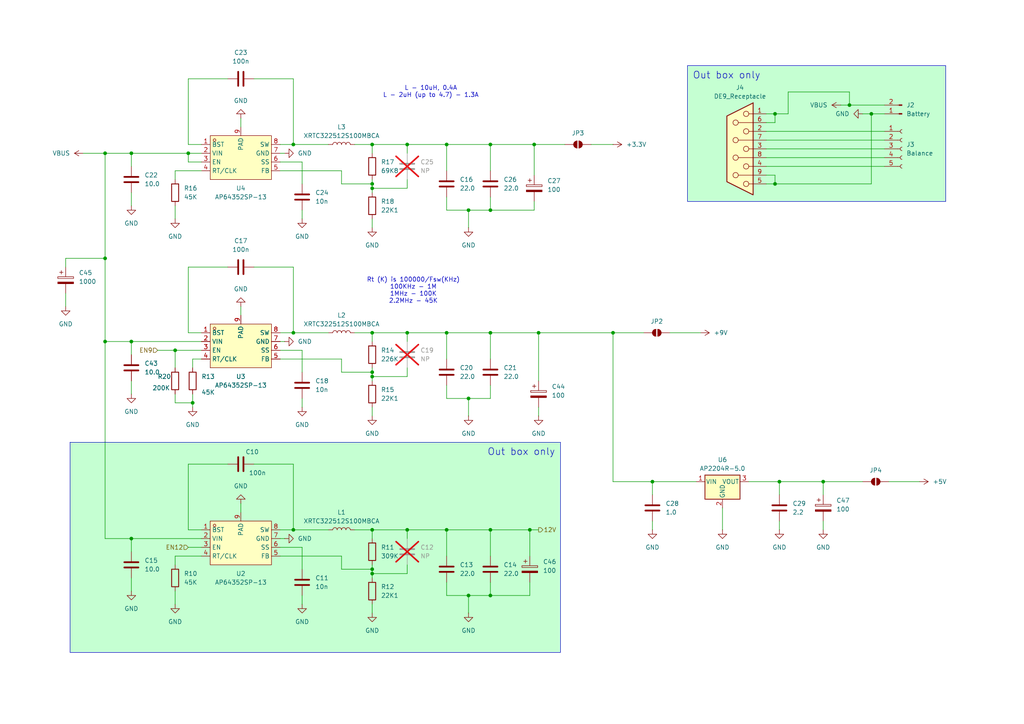
<source format=kicad_sch>
(kicad_sch (version 20231120) (generator "eeschema") (generator_version "8.0")
  (paper "A4")
  (title_block (title "Power module") (company "RoboWay"))
  (lib_symbols
    (symbol "Connector:Conn_01x02_Pin" (pin_names (offset 1.016) hide)
      (property "Reference" "J" (at 0 2.54 0))
      (property "Value" "Conn_01x02_Pin" (at 0 -5.08 0))
      (symbol "Conn_01x02_Pin_1_1"
        (polyline (pts (xy 1.27 -2.54) (xy 0.8636 -2.54)) (stroke (width 0.1524)))
        (polyline (pts (xy 1.27 0) (xy 0.8636 0)) (stroke (width 0.1524)))
        (rectangle (start 0.8636 -2.413) (end 0 -2.667) (stroke (width 0.1524)) (fill (type outline)))
        (rectangle (start 0.8636 0.127) (end 0 -0.127) (stroke (width 0.1524)) (fill (type outline)))
        (pin passive line (at 5.08 0 180) (length 3.81) (name "Pin_1") (number "1"))
        (pin passive line (at 5.08 -2.54 180) (length 3.81) (name "Pin_2") (number "2"))
      )
    )
    (symbol "Connector:Conn_01x05_Socket" (pin_names (offset 1.016) hide)
      (property "Reference" "J" (at 0 7.62 0))
      (property "Value" "Conn_01x05_Socket" (at 0 -7.62 0))
      (symbol "Conn_01x05_Socket_1_1"
        (arc (start 0 -4.572) (mid -0.5058 -5.08) (end 0 -5.588) (stroke (width 0.1524)))
        (arc (start 0 -2.032) (mid -0.5058 -2.54) (end 0 -3.048) (stroke (width 0.1524)))
        (polyline (pts (xy -1.27 -5.08) (xy -0.508 -5.08)) (stroke (width 0.1524)))
        (polyline (pts (xy -1.27 -2.54) (xy -0.508 -2.54)) (stroke (width 0.1524)))
        (polyline (pts (xy -1.27 0) (xy -0.508 0)) (stroke (width 0.1524)))
        (polyline (pts (xy -1.27 2.54) (xy -0.508 2.54)) (stroke (width 0.1524)))
        (polyline (pts (xy -1.27 5.08) (xy -0.508 5.08)) (stroke (width 0.1524)))
        (arc (start 0 0.508) (mid -0.5058 0) (end 0 -0.508) (stroke (width 0.1524)))
        (arc (start 0 3.048) (mid -0.5058 2.54) (end 0 2.032) (stroke (width 0.1524)))
        (arc (start 0 5.588) (mid -0.5058 5.08) (end 0 4.572) (stroke (width 0.1524)))
        (pin passive line (at -5.08 5.08 0) (length 3.81) (name "Pin_1") (number "1"))
        (pin passive line (at -5.08 2.54 0) (length 3.81) (name "Pin_2") (number "2"))
        (pin passive line (at -5.08 0 0) (length 3.81) (name "Pin_3") (number "3"))
        (pin passive line (at -5.08 -2.54 0) (length 3.81) (name "Pin_4") (number "4"))
        (pin passive line (at -5.08 -5.08 0) (length 3.81) (name "Pin_5") (number "5"))
      )
    )
    (symbol "Connector:DE9_Receptacle" (pin_names (offset 1.016) hide)
      (property "Reference" "J" (at 0 13.97 0))
      (property "Value" "DE9_Receptacle" (at 0 -14.605 0))
      (symbol "DE9_Receptacle_0_1"
        (circle (center -1.778 -10.16) (radius 0.762))
        (circle (center -1.778 -5.08) (radius 0.762))
        (circle (center -1.778 0) (radius 0.762))
        (circle (center -1.778 5.08) (radius 0.762))
        (circle (center -1.778 10.16) (radius 0.762))
        (polyline (pts (xy -3.81 -10.16) (xy -2.54 -10.16)))
        (polyline (pts (xy -3.81 -7.62) (xy 0.508 -7.62)))
        (polyline (pts (xy -3.81 -5.08) (xy -2.54 -5.08)))
        (polyline (pts (xy -3.81 -2.54) (xy 0.508 -2.54)))
        (polyline (pts (xy -3.81 0) (xy -2.54 0)))
        (polyline (pts (xy -3.81 2.54) (xy 0.508 2.54)))
        (polyline (pts (xy -3.81 5.08) (xy -2.54 5.08)))
        (polyline (pts (xy -3.81 7.62) (xy 0.508 7.62)))
        (polyline (pts (xy -3.81 10.16) (xy -2.54 10.16)))
        (polyline (pts (xy -3.81 13.335) (xy -3.81 -13.335) (xy 3.81 -9.525) (xy 3.81 9.525) (xy -3.81 13.335)) (stroke (width 0.254)) (fill (type background)))
        (circle (center 1.27 -7.62) (radius 0.762))
        (circle (center 1.27 -2.54) (radius 0.762))
        (circle (center 1.27 2.54) (radius 0.762))
        (circle (center 1.27 7.62) (radius 0.762))
      )
      (symbol "DE9_Receptacle_1_1"
        (pin passive line (at -7.62 10.16 0) (length 3.81) (name "1") (number "1"))
        (pin passive line (at -7.62 5.08 0) (length 3.81) (name "2") (number "2"))
        (pin passive line (at -7.62 0 0) (length 3.81) (name "3") (number "3"))
        (pin passive line (at -7.62 -5.08 0) (length 3.81) (name "4") (number "4"))
        (pin passive line (at -7.62 -10.16 0) (length 3.81) (name "5") (number "5"))
        (pin passive line (at -7.62 7.62 0) (length 3.81) (name "6") (number "6"))
        (pin passive line (at -7.62 2.54 0) (length 3.81) (name "7") (number "7"))
        (pin passive line (at -7.62 -2.54 0) (length 3.81) (name "8") (number "8"))
        (pin passive line (at -7.62 -7.62 0) (length 3.81) (name "9") (number "9"))
      )
    )
    (symbol "Device:C" (pin_numbers hide) (pin_names (offset 0.254))
      (property "Reference" "C" (at 0.635 2.54 0))
      (property "Value" "C" (at 0.635 -2.54 0))
      (symbol "C_0_1"
        (polyline (pts (xy -2.032 -0.762) (xy 2.032 -0.762)) (stroke (width 0.508)))
        (polyline (pts (xy -2.032 0.762) (xy 2.032 0.762)) (stroke (width 0.508)))
      )
      (symbol "C_1_1"
        (pin passive line (at 0 3.81 270) (length 2.794) (name "~") (number "1"))
        (pin passive line (at 0 -3.81 90) (length 2.794) (name "~") (number "2"))
      )
    )
    (symbol "Device:C_Polarized" (pin_numbers hide) (pin_names (offset 0.254))
      (property "Reference" "C" (at 0.635 2.54 0))
      (property "Value" "C_Polarized" (at 0.635 -2.54 0))
      (symbol "C_Polarized_0_1"
        (rectangle (start -2.286 0.508) (end 2.286 1.016))
        (polyline (pts (xy -1.778 2.286) (xy -0.762 2.286)))
        (polyline (pts (xy -1.27 2.794) (xy -1.27 1.778)))
        (rectangle (start 2.286 -0.508) (end -2.286 -1.016) (fill (type outline)))
      )
      (symbol "C_Polarized_1_1"
        (pin passive line (at 0 3.81 270) (length 2.794) (name "~") (number "1"))
        (pin passive line (at 0 -3.81 90) (length 2.794) (name "~") (number "2"))
      )
    )
    (symbol "Device:L" (pin_numbers hide) (pin_names (offset 1.016) hide)
      (property "Reference" "L" (at -1.27 0 90))
      (property "Value" "L" (at 1.905 0 90))
      (symbol "L_0_1"
        (arc (start 0 -2.54) (mid 0.6323 -1.905) (end 0 -1.27))
        (arc (start 0 -1.27) (mid 0.6323 -0.635) (end 0 0))
        (arc (start 0 0) (mid 0.6323 0.635) (end 0 1.27))
        (arc (start 0 1.27) (mid 0.6323 1.905) (end 0 2.54))
      )
      (symbol "L_1_1"
        (pin passive line (at 0 3.81 270) (length 1.27) (name "1") (number "1"))
        (pin passive line (at 0 -3.81 90) (length 1.27) (name "2") (number "2"))
      )
    )
    (symbol "Device:R" (pin_numbers hide) (pin_names (offset 0))
      (property "Reference" "R" (at 2.032 0 90))
      (property "Value" "R" (at 0 0 90))
      (symbol "R_0_1"
        (rectangle (start -1.016 -2.54) (end 1.016 2.54) (stroke (width 0.254)))
      )
      (symbol "R_1_1"
        (pin passive line (at 0 3.81 270) (length 1.27) (name "~") (number "1"))
        (pin passive line (at 0 -3.81 90) (length 1.27) (name "~") (number "2"))
      )
    )
    (symbol "Jumper:SolderJumper_2_Open" (pin_numbers hide) (pin_names (offset 0) hide) (exclude_from_sim yes) (in_bom no)
      (property "Reference" "JP" (at 0 2.032 0))
      (property "Value" "SolderJumper_2_Open" (at 0 -2.54 0))
      (symbol "SolderJumper_2_Open_0_1"
        (arc (start -0.254 1.016) (mid -1.2656 0) (end -0.254 -1.016))
        (arc (start -0.254 1.016) (mid -1.2656 0) (end -0.254 -1.016) (fill (type outline)))
        (polyline (pts (xy -0.254 1.016) (xy -0.254 -1.016)))
        (polyline (pts (xy 0.254 1.016) (xy 0.254 -1.016)))
        (arc (start 0.254 -1.016) (mid 1.2656 0) (end 0.254 1.016))
        (arc (start 0.254 -1.016) (mid 1.2656 0) (end 0.254 1.016) (fill (type outline)))
      )
      (symbol "SolderJumper_2_Open_1_1"
        (pin passive line (at -3.81 0 0) (length 2.54) (name "A") (number "1"))
        (pin passive line (at 3.81 0 180) (length 2.54) (name "B") (number "2"))
      )
    )
    (symbol "Regulator_Linear:AP2204R-5.0" (pin_names (offset 0.254))
      (property "Reference" "U" (at -5.08 3.175 0))
      (property "Value" "AP2204R-5.0" (at 0 3.175 0))
      (symbol "AP2204R-5.0_0_1"
        (rectangle (start -5.08 1.905) (end 5.08 -5.08) (stroke (width 0.254)) (fill (type background)))
      )
      (symbol "AP2204R-5.0_1_1"
        (pin power_in line (at -7.62 0 0) (length 2.54) (name "VIN") (number "1"))
        (pin power_in line (at 0 -7.62 90) (length 2.54) (name "GND") (number "2"))
        (pin power_out line (at 7.62 0 180) (length 2.54) (name "VOUT") (number "3"))
      )
    )
    (symbol "easyeda2kicad:AP64352SP-13"
      (property "Reference" "U" (at 0 13.97 0))
      (property "Value" "AP64352SP-13" (at 0 -8.89 0))
      (symbol "AP64352SP-13_0_1"
        (rectangle (start -8.89 6.35) (end 8.89 -6.35) (fill (type background)))
        (circle (center -7.62 5.08) (radius 0.38))
        (pin unspecified line (at -11.43 3.81 0) (length 2.54) (name "BST") (number "1"))
        (pin unspecified line (at -11.43 1.27 0) (length 2.54) (name "VIN") (number "2"))
        (pin unspecified line (at -11.43 -1.27 0) (length 2.54) (name "EN") (number "3"))
        (pin unspecified line (at -11.43 -3.81 0) (length 2.54) (name "RT/CLK") (number "4"))
        (pin unspecified line (at 11.43 -3.81 180) (length 2.54) (name "FB") (number "5"))
        (pin unspecified line (at 11.43 -1.27 180) (length 2.54) (name "SS") (number "6"))
        (pin unspecified line (at 11.43 1.27 180) (length 2.54) (name "GND") (number "7"))
        (pin unspecified line (at 11.43 3.81 180) (length 2.54) (name "SW") (number "8"))
        (pin unspecified line (at 0 8.89 270) (length 2.54) (name "PAD") (number "9"))
      )
    )
    (symbol "power:+3.3V" (power) (pin_numbers hide) (pin_names (offset 0) hide)
      (property "Value" "+3.3V" (at 0 3.556 0))
      (symbol "+3.3V_0_1"
        (polyline (pts (xy -0.762 1.27) (xy 0 2.54)))
        (polyline (pts (xy 0 0) (xy 0 2.54)))
        (polyline (pts (xy 0 2.54) (xy 0.762 1.27)))
      )
      (symbol "+3.3V_1_1"
        (pin power_in line (at 0 0 90) (length 0) (name "~") (number "1"))
      )
    )
    (symbol "power:+5V" (power) (pin_numbers hide) (pin_names (offset 0) hide)
      (property "Value" "+5V" (at 0 3.556 0))
      (symbol "+5V_0_1"
        (polyline (pts (xy -0.762 1.27) (xy 0 2.54)))
        (polyline (pts (xy 0 0) (xy 0 2.54)))
        (polyline (pts (xy 0 2.54) (xy 0.762 1.27)))
      )
      (symbol "+5V_1_1"
        (pin power_in line (at 0 0 90) (length 0) (name "~") (number "1"))
      )
    )
    (symbol "power:+9V" (power) (pin_numbers hide) (pin_names (offset 0) hide)
      (property "Value" "+9V" (at 0 3.556 0))
      (symbol "+9V_0_1"
        (polyline (pts (xy -0.762 1.27) (xy 0 2.54)))
        (polyline (pts (xy 0 0) (xy 0 2.54)))
        (polyline (pts (xy 0 2.54) (xy 0.762 1.27)))
      )
      (symbol "+9V_1_1"
        (pin power_in line (at 0 0 90) (length 0) (name "~") (number "1"))
      )
    )
    (symbol "power:GND" (power) (pin_numbers hide) (pin_names (offset 0) hide)
      (property "Value" "GND" (at 0 -3.81 0))
      (symbol "GND_0_1"
        (polyline (pts (xy 0 0) (xy 0 -1.27) (xy 1.27 -1.27) (xy 0 -2.54) (xy -1.27 -1.27) (xy 0 -1.27)))
      )
      (symbol "GND_1_1"
        (pin power_in line (at 0 0 270) (length 0) (name "~") (number "1"))
      )
    )
    (symbol "power:VBUS" (power) (pin_numbers hide) (pin_names (offset 0) hide)
      (property "Value" "VBUS" (at 0 3.556 0))
      (symbol "VBUS_0_1"
        (polyline (pts (xy -0.762 1.27) (xy 0 2.54)))
        (polyline (pts (xy 0 0) (xy 0 2.54)))
        (polyline (pts (xy 0 2.54) (xy 0.762 1.27)))
      )
      (symbol "VBUS_1_1"
        (pin power_in line (at 0 0 90) (length 0) (name "~") (number "1"))
      )
    )
  )
  (junction (at 129.54 96.52))
  (junction (at 38.1 44.45))
  (junction (at 142.24 96.52))
  (junction (at 224.79 33.02))
  (junction (at 226.06 139.7))
  (junction (at 107.95 53.34))
  (junction (at 107.95 54.61))
  (junction (at 30.48 74.93))
  (junction (at 85.09 96.52))
  (junction (at 142.24 60.96))
  (junction (at 30.48 44.45))
  (junction (at 129.54 153.67))
  (junction (at 107.95 109.22))
  (junction (at 118.11 153.67))
  (junction (at 189.23 139.7))
  (junction (at 156.21 96.52))
  (junction (at 85.09 153.67))
  (junction (at 252.73 33.02))
  (junction (at 142.24 172.72))
  (junction (at 153.67 153.67))
  (junction (at 85.09 41.91))
  (junction (at 107.95 165.1))
  (junction (at 30.48 99.06))
  (junction (at 107.95 96.52))
  (junction (at 50.8 101.6))
  (junction (at 107.95 107.95))
  (junction (at 177.8 96.52))
  (junction (at 129.54 41.91))
  (junction (at 38.1 156.21))
  (junction (at 107.95 41.91))
  (junction (at 224.79 53.34))
  (junction (at 107.95 166.37))
  (junction (at 118.11 41.91))
  (junction (at 238.76 139.7))
  (junction (at 38.1 99.06))
  (junction (at 107.95 153.67))
  (junction (at 135.89 115.57))
  (junction (at 54.61 44.45))
  (junction (at 55.88 116.84))
  (junction (at 142.24 153.67))
  (junction (at 142.24 41.91))
  (junction (at 118.11 96.52))
  (junction (at 135.89 172.72))
  (junction (at 135.89 60.96))
  (junction (at 246.38 30.48))
  (junction (at 154.94 41.91))
  (wire (pts (xy 66.04 134.62) (xy 54.61 134.62)))
  (wire (pts (xy 82.55 44.45) (xy 81.28 44.45)))
  (wire (pts (xy 50.8 114.3) (xy 50.8 116.84)))
  (wire (pts (xy 222.25 48.26) (xy 256.54 48.26)))
  (wire (pts (xy 118.11 54.61) (xy 107.95 54.61)))
  (wire (pts (xy 156.21 96.52) (xy 156.21 110.49)))
  (wire (pts (xy 142.24 172.72) (xy 142.24 168.91)))
  (wire (pts (xy 54.61 158.75) (xy 58.42 158.75)))
  (wire (pts (xy 129.54 41.91) (xy 142.24 41.91)))
  (wire (pts (xy 38.1 156.21) (xy 38.1 160.02)))
  (wire (pts (xy 222.25 53.34) (xy 224.79 53.34)))
  (wire (pts (xy 99.06 49.53) (xy 99.06 53.34)))
  (wire (pts (xy 38.1 156.21) (xy 58.42 156.21)))
  (wire (pts (xy 54.61 44.45) (xy 58.42 44.45)))
  (wire (pts (xy 19.05 85.09) (xy 19.05 88.9)))
  (wire (pts (xy 85.09 41.91) (xy 81.28 41.91)))
  (wire (pts (xy 54.61 46.99) (xy 54.61 44.45)))
  (wire (pts (xy 54.61 41.91) (xy 58.42 41.91)))
  (wire (pts (xy 142.24 96.52) (xy 142.24 104.14)))
  (wire (pts (xy 107.95 54.61) (xy 107.95 55.88)))
  (wire (pts (xy 154.94 58.42) (xy 154.94 60.96)))
  (wire (pts (xy 50.8 49.53) (xy 58.42 49.53)))
  (wire (pts (xy 246.38 26.67) (xy 246.38 30.48)))
  (wire (pts (xy 81.28 46.99) (xy 87.63 46.99)))
  (wire (pts (xy 257.81 139.7) (xy 266.7 139.7)))
  (wire (pts (xy 19.05 77.47) (xy 19.05 74.93)))
  (wire (pts (xy 107.95 107.95) (xy 107.95 109.22)))
  (wire (pts (xy 222.25 35.56) (xy 224.79 35.56)))
  (wire (pts (xy 19.05 74.93) (xy 30.48 74.93)))
  (wire (pts (xy 209.55 147.32) (xy 209.55 153.67)))
  (wire (pts (xy 107.95 106.68) (xy 107.95 107.95)))
  (wire (pts (xy 153.67 168.91) (xy 153.67 172.72)))
  (wire (pts (xy 142.24 60.96) (xy 142.24 57.15)))
  (wire (pts (xy 99.06 165.1) (xy 107.95 165.1)))
  (wire (pts (xy 30.48 156.21) (xy 38.1 156.21)))
  (wire (pts (xy 118.11 96.52) (xy 118.11 99.06)))
  (wire (pts (xy 118.11 166.37) (xy 107.95 166.37)))
  (wire (pts (xy 189.23 151.13) (xy 189.23 153.67)))
  (wire (pts (xy 50.8 101.6) (xy 58.42 101.6)))
  (wire (pts (xy 135.89 115.57) (xy 135.89 120.65)))
  (wire (pts (xy 154.94 41.91) (xy 154.94 50.8)))
  (wire (pts (xy 156.21 120.65) (xy 156.21 118.11)))
  (wire (pts (xy 85.09 77.47) (xy 85.09 96.52)))
  (wire (pts (xy 129.54 153.67) (xy 129.54 161.29)))
  (wire (pts (xy 50.8 163.83) (xy 50.8 161.29)))
  (wire (pts (xy 81.28 161.29) (xy 99.06 161.29)))
  (wire (pts (xy 30.48 74.93) (xy 30.48 99.06)))
  (wire (pts (xy 129.54 172.72) (xy 135.89 172.72)))
  (wire (pts (xy 69.85 88.9) (xy 69.85 91.44)))
  (wire (pts (xy 38.1 44.45) (xy 54.61 44.45)))
  (wire (pts (xy 129.54 115.57) (xy 135.89 115.57)))
  (wire (pts (xy 87.63 60.96) (xy 87.63 63.5)))
  (wire (pts (xy 153.67 172.72) (xy 142.24 172.72)))
  (wire (pts (xy 81.28 104.14) (xy 99.06 104.14)))
  (wire (pts (xy 135.89 60.96) (xy 142.24 60.96)))
  (wire (pts (xy 238.76 139.7) (xy 238.76 143.51)))
  (wire (pts (xy 85.09 96.52) (xy 81.28 96.52)))
  (wire (pts (xy 85.09 153.67) (xy 95.25 153.67)))
  (wire (pts (xy 54.61 77.47) (xy 54.61 96.52)))
  (wire (pts (xy 129.54 41.91) (xy 129.54 49.53)))
  (wire (pts (xy 30.48 44.45) (xy 30.48 74.93)))
  (wire (pts (xy 142.24 41.91) (xy 154.94 41.91)))
  (wire (pts (xy 38.1 110.49) (xy 38.1 114.3)))
  (wire (pts (xy 135.89 115.57) (xy 142.24 115.57)))
  (wire (pts (xy 107.95 163.83) (xy 107.95 165.1)))
  (wire (pts (xy 24.13 44.45) (xy 30.48 44.45)))
  (wire (pts (xy 85.09 41.91) (xy 95.25 41.91)))
  (wire (pts (xy 69.85 146.05) (xy 69.85 148.59)))
  (wire (pts (xy 177.8 96.52) (xy 177.8 139.7)))
  (wire (pts (xy 30.48 156.21) (xy 30.48 99.06)))
  (wire (pts (xy 107.95 153.67) (xy 107.95 156.21)))
  (wire (pts (xy 66.04 22.86) (xy 54.61 22.86)))
  (wire (pts (xy 194.31 96.52) (xy 203.2 96.52)))
  (wire (pts (xy 118.11 109.22) (xy 107.95 109.22)))
  (wire (pts (xy 87.63 158.75) (xy 87.63 165.1)))
  (wire (pts (xy 55.88 104.14) (xy 58.42 104.14)))
  (wire (pts (xy 224.79 35.56) (xy 224.79 33.02)))
  (wire (pts (xy 107.95 96.52) (xy 107.95 99.06)))
  (wire (pts (xy 252.73 33.02) (xy 256.54 33.02)))
  (wire (pts (xy 142.24 115.57) (xy 142.24 111.76)))
  (wire (pts (xy 85.09 22.86) (xy 85.09 41.91)))
  (wire (pts (xy 30.48 99.06) (xy 38.1 99.06)))
  (wire (pts (xy 55.88 114.3) (xy 55.88 116.84)))
  (wire (pts (xy 99.06 53.34) (xy 107.95 53.34)))
  (wire (pts (xy 99.06 107.95) (xy 107.95 107.95)))
  (wire (pts (xy 102.87 153.67) (xy 107.95 153.67)))
  (wire (pts (xy 85.09 96.52) (xy 95.25 96.52)))
  (wire (pts (xy 38.1 167.64) (xy 38.1 171.45)))
  (wire (pts (xy 54.61 134.62) (xy 54.61 153.67)))
  (wire (pts (xy 38.1 55.88) (xy 38.1 59.69)))
  (wire (pts (xy 224.79 33.02) (xy 228.6 33.02)))
  (wire (pts (xy 135.89 172.72) (xy 135.89 177.8)))
  (wire (pts (xy 118.11 41.91) (xy 118.11 44.45)))
  (wire (pts (xy 107.95 175.26) (xy 107.95 177.8)))
  (wire (pts (xy 129.54 96.52) (xy 129.54 104.14)))
  (wire (pts (xy 217.17 139.7) (xy 226.06 139.7)))
  (wire (pts (xy 252.73 53.34) (xy 252.73 33.02)))
  (wire (pts (xy 135.89 172.72) (xy 142.24 172.72)))
  (wire (pts (xy 87.63 172.72) (xy 87.63 175.26)))
  (wire (pts (xy 54.61 153.67) (xy 58.42 153.67)))
  (wire (pts (xy 226.06 151.13) (xy 226.06 153.67)))
  (wire (pts (xy 87.63 46.99) (xy 87.63 53.34)))
  (wire (pts (xy 85.09 134.62) (xy 85.09 153.67)))
  (wire (pts (xy 224.79 50.8) (xy 224.79 53.34)))
  (wire (pts (xy 129.54 168.91) (xy 129.54 172.72)))
  (wire (pts (xy 171.45 41.91) (xy 177.8 41.91)))
  (wire (pts (xy 222.25 50.8) (xy 224.79 50.8)))
  (wire (pts (xy 50.8 52.07) (xy 50.8 49.53)))
  (wire (pts (xy 58.42 46.99) (xy 54.61 46.99)))
  (wire (pts (xy 118.11 106.68) (xy 118.11 109.22)))
  (wire (pts (xy 228.6 26.67) (xy 246.38 26.67)))
  (wire (pts (xy 118.11 96.52) (xy 129.54 96.52)))
  (wire (pts (xy 238.76 151.13) (xy 238.76 153.67)))
  (wire (pts (xy 54.61 96.52) (xy 58.42 96.52)))
  (wire (pts (xy 99.06 161.29) (xy 99.06 165.1)))
  (wire (pts (xy 224.79 53.34) (xy 252.73 53.34)))
  (wire (pts (xy 50.8 116.84) (xy 55.88 116.84)))
  (wire (pts (xy 189.23 139.7) (xy 189.23 143.51)))
  (wire (pts (xy 73.66 134.62) (xy 85.09 134.62)))
  (wire (pts (xy 153.67 153.67) (xy 153.67 161.29)))
  (wire (pts (xy 118.11 52.07) (xy 118.11 54.61)))
  (wire (pts (xy 66.04 77.47) (xy 54.61 77.47)))
  (wire (pts (xy 82.55 99.06) (xy 81.28 99.06)))
  (wire (pts (xy 107.95 165.1) (xy 107.95 166.37)))
  (wire (pts (xy 87.63 115.57) (xy 87.63 118.11)))
  (wire (pts (xy 238.76 139.7) (xy 250.19 139.7)))
  (wire (pts (xy 118.11 153.67) (xy 118.11 156.21)))
  (wire (pts (xy 107.95 109.22) (xy 107.95 110.49)))
  (wire (pts (xy 154.94 60.96) (xy 142.24 60.96)))
  (wire (pts (xy 177.8 96.52) (xy 186.69 96.52)))
  (wire (pts (xy 107.95 96.52) (xy 118.11 96.52)))
  (wire (pts (xy 50.8 101.6) (xy 50.8 106.68)))
  (wire (pts (xy 222.25 40.64) (xy 256.54 40.64)))
  (wire (pts (xy 54.61 22.86) (xy 54.61 41.91)))
  (wire (pts (xy 107.95 41.91) (xy 107.95 44.45)))
  (wire (pts (xy 107.95 118.11) (xy 107.95 120.65)))
  (wire (pts (xy 81.28 49.53) (xy 99.06 49.53)))
  (wire (pts (xy 38.1 99.06) (xy 58.42 99.06)))
  (wire (pts (xy 85.09 153.67) (xy 81.28 153.67)))
  (wire (pts (xy 142.24 96.52) (xy 156.21 96.52)))
  (wire (pts (xy 129.54 153.67) (xy 142.24 153.67)))
  (wire (pts (xy 189.23 139.7) (xy 201.93 139.7)))
  (wire (pts (xy 142.24 41.91) (xy 142.24 49.53)))
  (wire (pts (xy 250.19 33.02) (xy 252.73 33.02)))
  (wire (pts (xy 129.54 111.76) (xy 129.54 115.57)))
  (wire (pts (xy 73.66 22.86) (xy 85.09 22.86)))
  (wire (pts (xy 55.88 106.68) (xy 55.88 104.14)))
  (wire (pts (xy 102.87 41.91) (xy 107.95 41.91)))
  (wire (pts (xy 30.48 44.45) (xy 38.1 44.45)))
  (wire (pts (xy 222.25 43.18) (xy 256.54 43.18)))
  (wire (pts (xy 142.24 153.67) (xy 153.67 153.67)))
  (wire (pts (xy 177.8 139.7) (xy 189.23 139.7)))
  (wire (pts (xy 154.94 41.91) (xy 163.83 41.91)))
  (wire (pts (xy 69.85 34.29) (xy 69.85 36.83)))
  (wire (pts (xy 246.38 30.48) (xy 256.54 30.48)))
  (wire (pts (xy 55.88 116.84) (xy 55.88 118.11)))
  (wire (pts (xy 222.25 38.1) (xy 256.54 38.1)))
  (wire (pts (xy 129.54 96.52) (xy 142.24 96.52)))
  (wire (pts (xy 45.72 101.6) (xy 50.8 101.6)))
  (wire (pts (xy 87.63 101.6) (xy 87.63 107.95)))
  (wire (pts (xy 38.1 99.06) (xy 38.1 102.87)))
  (wire (pts (xy 118.11 163.83) (xy 118.11 166.37)))
  (wire (pts (xy 243.84 30.48) (xy 246.38 30.48)))
  (wire (pts (xy 82.55 156.21) (xy 81.28 156.21)))
  (wire (pts (xy 81.28 158.75) (xy 87.63 158.75)))
  (wire (pts (xy 153.67 153.67) (xy 156.21 153.67)))
  (wire (pts (xy 156.21 96.52) (xy 177.8 96.52)))
  (wire (pts (xy 129.54 57.15) (xy 129.54 60.96)))
  (wire (pts (xy 222.25 45.72) (xy 256.54 45.72)))
  (wire (pts (xy 50.8 161.29) (xy 58.42 161.29)))
  (wire (pts (xy 222.25 33.02) (xy 224.79 33.02)))
  (wire (pts (xy 107.95 41.91) (xy 118.11 41.91)))
  (wire (pts (xy 107.95 53.34) (xy 107.95 54.61)))
  (wire (pts (xy 73.66 77.47) (xy 85.09 77.47)))
  (wire (pts (xy 50.8 171.45) (xy 50.8 175.26)))
  (wire (pts (xy 129.54 60.96) (xy 135.89 60.96)))
  (wire (pts (xy 135.89 60.96) (xy 135.89 66.04)))
  (wire (pts (xy 107.95 52.07) (xy 107.95 53.34)))
  (wire (pts (xy 226.06 139.7) (xy 238.76 139.7)))
  (wire (pts (xy 38.1 44.45) (xy 38.1 48.26)))
  (wire (pts (xy 142.24 153.67) (xy 142.24 161.29)))
  (wire (pts (xy 118.11 153.67) (xy 129.54 153.67)))
  (wire (pts (xy 228.6 33.02) (xy 228.6 26.67)))
  (wire (pts (xy 107.95 63.5) (xy 107.95 66.04)))
  (wire (pts (xy 107.95 166.37) (xy 107.95 167.64)))
  (wire (pts (xy 107.95 153.67) (xy 118.11 153.67)))
  (wire (pts (xy 102.87 96.52) (xy 107.95 96.52)))
  (wire (pts (xy 99.06 104.14) (xy 99.06 107.95)))
  (wire (pts (xy 50.8 59.69) (xy 50.8 63.5)))
  (wire (pts (xy 226.06 139.7) (xy 226.06 143.51)))
  (wire (pts (xy 81.28 101.6) (xy 87.63 101.6)))
  (wire (pts (xy 118.11 41.91) (xy 129.54 41.91)))
  (text_box "Out box only" (at 199.39 19.05 0) (size 74.93 39.37) (fill (type color) (color 197 255 210 1)) (effects (font (size 2 2)) (justify left top)))
  (text_box "Out box only" (at 20.32 128.27 0) (size 142.24 60.96) (fill (type color) (color 197 255 210 1)) (effects (font (size 2 2)) (justify right top)))
  (text "L - 10uH, 0.4A\nL - 2uH (up to 4.7) - 1.3A" (at 124.968 26.67 0) (effects (font (size 1.27 1.27))))
  (text "Rt (K) is 100000/Fsw(KHz)\n100KHz - 1M\n1MHz - 100K\n2.2MHz - 45K" (at 119.888 84.328 0) (effects (font (size 1.27 1.27))))
  (hierarchical_label "EN9" (shape input) (at 45.72 101.6 180))
  (hierarchical_label "EN12" (shape input) (at 54.61 158.75 180))
  (hierarchical_label "12V" (shape output) (at 156.21 153.67 0))
  (symbol (lib_id "Device:C") (at 69.85 134.62 90) (unit 1)
    (property "Reference" "C10" (at 73.152 131.064 90))
    (property "Value" "100n" (at 74.676 137.16 90))
    (property "Footprint" "Capacitor_SMD:C_0603_1608Metric_Pad1.08x0.95mm_HandSolder" (effects (hide yes)))
    (property "Description" "Unpolarized capacitor" (effects (hide yes)))
  )
  (symbol (lib_id "Device:C_Polarized") (at 154.94 54.61 0) (unit 1)
    (property "Reference" "C27" (at 158.75 52.4509 0) (effects (justify left)))
    (property "Value" "100" (at 158.75 54.9909 0) (effects (justify left)))
    (property "Footprint" "Capacitor_THT:CP_Radial_D5.0mm_P2.00mm" (effects (hide yes)))
  )
  (symbol (lib_id "Device:C") (at 87.63 57.15 180) (unit 1)
    (property "Reference" "C24" (at 91.44 55.8799 0) (effects (justify right)))
    (property "Value" "10n" (at 91.44 58.4199 0) (effects (justify right)))
    (property "Footprint" "Capacitor_SMD:C_0603_1608Metric_Pad1.08x0.95mm_HandSolder" (effects (hide yes)))
    (property "Description" "Unpolarized capacitor" (effects (hide yes)))
  )
  (symbol (lib_id "Device:R") (at 50.8 167.64 0) (unit 1)
    (property "Reference" "R10" (at 53.34 166.3699 0) (effects (justify left)))
    (property "Value" "45K" (at 53.34 168.9099 0) (effects (justify left)))
    (property "Footprint" "Resistor_SMD:R_0603_1608Metric_Pad0.98x0.95mm_HandSolder" (effects (hide yes)))
    (property "Description" "Resistor" (effects (hide yes)))
  )
  (symbol (lib_id "Connector:DE9_Receptacle") (at 214.63 43.18 0) (mirror y) (unit 1)
    (property "Reference" "J4" (at 214.63 25.4 0))
    (property "Value" "DE9_Receptacle" (at 214.63 27.94 0))
    (property "Footprint" "easyeda2kicad:DB9-TH_LD09P33E4GV00LF" (effects (hide yes)))
    (property "Description" "9-pin female receptacle socket D-SUB connector" (effects (hide yes)))
  )
  (symbol (lib_id "power:+5V") (at 266.7 139.7 270) (unit 1)
    (property "Reference" "#PWR046" (effects (hide yes)))
    (property "Value" "+5V" (at 270.51 139.6999 90) (effects (justify left)))
    (property "Description" "Power symbol creates a global label with name \"+5V\"" (effects (hide yes)))
  )
  (symbol (lib_id "power:GND") (at 87.63 118.11 0) (unit 1)
    (property "Reference" "#PWR029" (effects (hide yes)))
    (property "Value" "GND" (at 87.63 123.19 0))
    (property "Description" "Power symbol creates a global label with name \"GND\" , ground" (effects (hide yes)))
  )
  (symbol (lib_id "power:GND") (at 87.63 63.5 0) (unit 1)
    (property "Reference" "#PWR036" (effects (hide yes)))
    (property "Value" "GND" (at 87.63 68.58 0))
    (property "Description" "Power symbol creates a global label with name \"GND\" , ground" (effects (hide yes)))
  )
  (symbol (lib_id "power:GND") (at 135.89 120.65 0) (unit 1)
    (property "Reference" "#PWR031" (effects (hide yes)))
    (property "Value" "GND" (at 135.89 125.73 0))
    (property "Description" "Power symbol creates a global label with name \"GND\" , ground" (effects (hide yes)))
  )
  (symbol (lib_id "power:GND") (at 69.85 146.05 180) (unit 1)
    (property "Reference" "#PWR018" (effects (hide yes)))
    (property "Value" "GND" (at 69.85 140.97 0))
    (property "Description" "Power symbol creates a global label with name \"GND\" , ground" (effects (hide yes)))
  )
  (symbol (lib_id "Device:C") (at 142.24 107.95 180) (unit 1)
    (property "Reference" "C21" (at 146.05 106.6799 0) (effects (justify right)))
    (property "Value" "22.0" (at 146.05 109.2199 0) (effects (justify right)))
    (property "Footprint" "Capacitor_SMD:C_1206_3216Metric_Pad1.33x1.80mm_HandSolder" (effects (hide yes)))
    (property "Description" "Unpolarized capacitor" (effects (hide yes)))
  )
  (symbol (lib_id "Device:C") (at 118.11 102.87 180) (unit 1) (dnp yes)
    (property "Reference" "C19" (at 121.92 101.5999 0) (effects (justify right)))
    (property "Value" "NP" (at 121.92 104.1399 0) (effects (justify right)))
    (property "Footprint" "Capacitor_SMD:C_0603_1608Metric_Pad1.08x0.95mm_HandSolder" (effects (hide yes)))
    (property "Description" "Unpolarized capacitor" (effects (hide yes)))
  )
  (symbol (lib_id "power:+3.3V") (at 177.8 41.91 270) (unit 1)
    (property "Reference" "#PWR040" (effects (hide yes)))
    (property "Value" "+3.3V" (at 181.61 41.9099 90) (effects (justify left)))
    (property "Description" "Power symbol creates a global label with name \"+3.3V\"" (effects (hide yes)))
  )
  (symbol (lib_id "Device:C") (at 38.1 163.83 180) (unit 1)
    (property "Reference" "C15" (at 41.91 162.5599 0) (effects (justify right)))
    (property "Value" "10.0" (at 41.91 165.0999 0) (effects (justify right)))
    (property "Footprint" "Capacitor_SMD:C_1206_3216Metric_Pad1.33x1.80mm_HandSolder" (effects (hide yes)))
    (property "Description" "Unpolarized capacitor" (effects (hide yes)))
  )
  (symbol (lib_id "Device:C") (at 129.54 165.1 180) (unit 1)
    (property "Reference" "C13" (at 133.35 163.8299 0) (effects (justify right)))
    (property "Value" "22.0" (at 133.35 166.3699 0) (effects (justify right)))
    (property "Footprint" "Capacitor_SMD:C_1206_3216Metric_Pad1.33x1.80mm_HandSolder" (effects (hide yes)))
    (property "Description" "Unpolarized capacitor" (effects (hide yes)))
  )
  (symbol (lib_id "Device:C_Polarized") (at 153.67 165.1 0) (unit 1)
    (property "Reference" "C46" (at 157.48 162.9409 0) (effects (justify left)))
    (property "Value" "100" (at 157.48 165.4809 0) (effects (justify left)))
    (property "Footprint" "Capacitor_THT:CP_Radial_D5.0mm_P2.00mm" (effects (hide yes)))
  )
  (symbol (lib_id "Device:C") (at 226.06 147.32 180) (unit 1)
    (property "Reference" "C29" (at 229.87 146.0499 0) (effects (justify right)))
    (property "Value" "2.2" (at 229.87 148.5899 0) (effects (justify right)))
    (property "Footprint" "Capacitor_SMD:C_0603_1608Metric_Pad1.08x0.95mm_HandSolder" (effects (hide yes)))
    (property "Description" "Unpolarized capacitor" (effects (hide yes)))
  )
  (symbol (lib_id "Device:C_Polarized") (at 156.21 114.3 0) (unit 1)
    (property "Reference" "C44" (at 160.02 112.1409 0) (effects (justify left)))
    (property "Value" "100" (at 160.02 114.6809 0) (effects (justify left)))
    (property "Footprint" "Capacitor_THT:CP_Radial_D5.0mm_P2.00mm" (effects (hide yes)))
  )
  (symbol (lib_id "Connector:Conn_01x02_Pin") (at 261.62 33.02 180) (unit 1)
    (property "Reference" "J2" (at 262.89 30.4799 0) (effects (justify right)))
    (property "Value" "Battery" (at 262.89 33.0199 0) (effects (justify right)))
    (property "Footprint" "locals:pins4x10" (effects (hide yes)))
    (property "Description" "Generic connector, single row, 01x02, script generated" (effects (hide yes)))
  )
  (symbol (lib_id "Device:C") (at 87.63 111.76 180) (unit 1)
    (property "Reference" "C18" (at 91.44 110.4899 0) (effects (justify right)))
    (property "Value" "10n" (at 91.44 113.0299 0) (effects (justify right)))
    (property "Footprint" "Capacitor_SMD:C_0603_1608Metric_Pad1.08x0.95mm_HandSolder" (effects (hide yes)))
    (property "Description" "Unpolarized capacitor" (effects (hide yes)))
  )
  (symbol (lib_id "power:GND") (at 238.76 153.67 0) (unit 1)
    (property "Reference" "#PWR0114" (effects (hide yes)))
    (property "Value" "GND" (at 238.76 158.75 0))
    (property "Description" "Power symbol creates a global label with name \"GND\" , ground" (effects (hide yes)))
  )
  (symbol (lib_id "power:GND") (at 209.55 153.67 0) (unit 1)
    (property "Reference" "#PWR045" (effects (hide yes)))
    (property "Value" "GND" (at 209.55 158.75 0))
    (property "Description" "Power symbol creates a global label with name \"GND\" , ground" (effects (hide yes)))
  )
  (symbol (lib_id "Device:L") (at 99.06 96.52 90) (unit 1)
    (property "Reference" "L2" (at 99.06 91.44 90))
    (property "Value" "XRTC322512S100MBCA" (at 99.06 93.98 90))
    (property "Footprint" "locals:L_1210_XRTC" (effects (hide yes)))
    (property "Description" "Inductor" (effects (hide yes)))
    (property "LCSC Part" "C39846661" (effects (hide yes)))
  )
  (symbol (lib_id "power:GND") (at 135.89 66.04 0) (unit 1)
    (property "Reference" "#PWR038" (effects (hide yes)))
    (property "Value" "GND" (at 135.89 71.12 0))
    (property "Description" "Power symbol creates a global label with name \"GND\" , ground" (effects (hide yes)))
  )
  (symbol (lib_id "Device:R") (at 107.95 59.69 0) (unit 1)
    (property "Reference" "R18" (at 110.49 58.4199 0) (effects (justify left)))
    (property "Value" "22K1" (at 110.49 60.9599 0) (effects (justify left)))
    (property "Footprint" "Resistor_SMD:R_0603_1608Metric_Pad0.98x0.95mm_HandSolder" (effects (hide yes)))
    (property "Description" "Resistor" (effects (hide yes)))
  )
  (symbol (lib_id "power:GND") (at 69.85 34.29 180) (unit 1)
    (property "Reference" "#PWR034" (effects (hide yes)))
    (property "Value" "GND" (at 69.85 29.21 0))
    (property "Description" "Power symbol creates a global label with name \"GND\" , ground" (effects (hide yes)))
  )
  (symbol (lib_id "power:GND") (at 19.05 88.9 0) (unit 1)
    (property "Reference" "#PWR0112" (effects (hide yes)))
    (property "Value" "GND" (at 19.05 93.98 0))
    (property "Description" "Power symbol creates a global label with name \"GND\" , ground" (effects (hide yes)))
  )
  (symbol (lib_id "Device:C_Polarized") (at 238.76 147.32 0) (unit 1)
    (property "Reference" "C47" (at 242.57 145.1609 0) (effects (justify left)))
    (property "Value" "100" (at 242.57 147.7009 0) (effects (justify left)))
    (property "Footprint" "Capacitor_THT:CP_Radial_D5.0mm_P2.00mm" (effects (hide yes)))
  )
  (symbol (lib_id "Regulator_Linear:AP2204R-5.0") (at 209.55 139.7 0) (unit 1)
    (property "Reference" "U6" (at 209.55 133.35 0))
    (property "Value" "AP2204R-5.0" (at 209.55 135.89 0))
    (property "Footprint" "Package_TO_SOT_SMD:SOT-89-3" (effects (hide yes)))
    (property "Datasheet" "https://www.diodes.com/assets/Datasheets/products_inactive_data/AP2204.pdf" (effects (hide yes)))
    (property "Description" "150mA low dropout linear regulator, wide input voltage range, 5.0V fixed positive output, SOT-89-3 package" (effects (hide yes)))
  )
  (symbol (lib_id "Jumper:SolderJumper_2_Open") (at 167.64 41.91 0) (unit 1) (exclude_from_sim yes) (in_bom no)
    (property "Reference" "JP3" (at 167.64 38.608 0))
    (property "Value" "SolderJumper_2_Open" (effects (hide yes)))
    (property "Footprint" "Jumper:SolderJumper-2_P1.3mm_Open_RoundedPad1.0x1.5mm" (effects (hide yes)))
    (property "Description" "Solder Jumper, 2-pole, open" (effects (hide yes)))
  )
  (symbol (lib_id "power:GND") (at 38.1 114.3 0) (unit 1)
    (property "Reference" "#PWR025" (effects (hide yes)))
    (property "Value" "GND" (at 38.1 119.38 0))
    (property "Description" "Power symbol creates a global label with name \"GND\" , ground" (effects (hide yes)))
  )
  (symbol (lib_id "easyeda2kicad:AP64352SP-13") (at 69.85 100.33 0) (unit 1)
    (property "Reference" "U3" (at 69.85 109.22 0))
    (property "Value" "AP64352SP-13" (at 69.85 111.76 0))
    (property "Footprint" "easyeda2kicad:SO-8_L4.9-W3.9-P1.27-LS6.0-BL-EP" (effects (hide yes)))
    (property "LCSC Part" "C2071665" (effects (hide yes)))
  )
  (symbol (lib_id "power:VBUS") (at 24.13 44.45 90) (unit 1)
    (property "Reference" "#PWR039" (effects (hide yes)))
    (property "Value" "VBUS" (at 20.32 44.4499 90) (effects (justify left)))
    (property "Description" "Power symbol creates a global label with name \"VBUS\"" (effects (hide yes)))
  )
  (symbol (lib_id "Device:R") (at 50.8 55.88 0) (unit 1)
    (property "Reference" "R16" (at 53.34 54.6099 0) (effects (justify left)))
    (property "Value" "45K" (at 53.34 57.1499 0) (effects (justify left)))
    (property "Footprint" "Resistor_SMD:R_0603_1608Metric_Pad0.98x0.95mm_HandSolder" (effects (hide yes)))
    (property "Description" "Resistor" (effects (hide yes)))
  )
  (symbol (lib_id "easyeda2kicad:AP64352SP-13") (at 69.85 45.72 0) (unit 1)
    (property "Reference" "U4" (at 69.85 54.61 0))
    (property "Value" "AP64352SP-13" (at 69.85 57.15 0))
    (property "Footprint" "easyeda2kicad:SO-8_L4.9-W3.9-P1.27-LS6.0-BL-EP" (effects (hide yes)))
    (property "LCSC Part" "C2071665" (effects (hide yes)))
  )
  (symbol (lib_id "Device:C") (at 118.11 160.02 180) (unit 1) (dnp yes)
    (property "Reference" "C12" (at 121.92 158.7499 0) (effects (justify right)))
    (property "Value" "NP" (at 121.92 161.2899 0) (effects (justify right)))
    (property "Footprint" "Capacitor_SMD:C_0603_1608Metric_Pad1.08x0.95mm_HandSolder" (effects (hide yes)))
    (property "Description" "Unpolarized capacitor" (effects (hide yes)))
  )
  (symbol (lib_id "Device:C") (at 69.85 22.86 90) (unit 1)
    (property "Reference" "C23" (at 69.85 15.24 90))
    (property "Value" "100n" (at 69.85 17.78 90))
    (property "Footprint" "Capacitor_SMD:C_0603_1608Metric_Pad1.08x0.95mm_HandSolder" (effects (hide yes)))
    (property "Description" "Unpolarized capacitor" (effects (hide yes)))
  )
  (symbol (lib_id "power:GND") (at 250.19 33.02 270) (unit 1)
    (property "Reference" "#PWR041" (effects (hide yes)))
    (property "Value" "GND" (at 246.38 33.0199 90) (effects (justify right)))
    (property "Description" "Power symbol creates a global label with name \"GND\" , ground" (effects (hide yes)))
  )
  (symbol (lib_id "Device:L") (at 99.06 153.67 90) (unit 1)
    (property "Reference" "L1" (at 99.06 148.59 90))
    (property "Value" "XRTC322512S100MBCA" (at 99.06 151.13 90))
    (property "Footprint" "locals:L_1210_XRTC" (effects (hide yes)))
    (property "Description" "Inductor" (effects (hide yes)))
    (property "LCSC Part" "C39846661" (effects (hide yes)))
  )
  (symbol (lib_id "Device:C") (at 38.1 106.68 180) (unit 1)
    (property "Reference" "C43" (at 41.91 105.4099 0) (effects (justify right)))
    (property "Value" "10.0" (at 41.91 107.9499 0) (effects (justify right)))
    (property "Footprint" "Capacitor_SMD:C_1206_3216Metric_Pad1.33x1.80mm_HandSolder" (effects (hide yes)))
    (property "Description" "Unpolarized capacitor" (effects (hide yes)))
  )
  (symbol (lib_id "power:GND") (at 107.95 120.65 0) (unit 1)
    (property "Reference" "#PWR030" (effects (hide yes)))
    (property "Value" "GND" (at 107.95 125.73 0))
    (property "Description" "Power symbol creates a global label with name \"GND\" , ground" (effects (hide yes)))
  )
  (symbol (lib_id "Device:C") (at 118.11 48.26 180) (unit 1) (dnp yes)
    (property "Reference" "C25" (at 121.92 46.9899 0) (effects (justify right)))
    (property "Value" "NP" (at 121.92 49.5299 0) (effects (justify right)))
    (property "Footprint" "Capacitor_SMD:C_0603_1608Metric_Pad1.08x0.95mm_HandSolder" (effects (hide yes)))
    (property "Description" "Unpolarized capacitor" (effects (hide yes)))
  )
  (symbol (lib_id "power:GND") (at 38.1 171.45 0) (unit 1)
    (property "Reference" "#PWR024" (effects (hide yes)))
    (property "Value" "GND" (at 38.1 176.53 0))
    (property "Description" "Power symbol creates a global label with name \"GND\" , ground" (effects (hide yes)))
  )
  (symbol (lib_id "Device:C") (at 189.23 147.32 180) (unit 1)
    (property "Reference" "C28" (at 193.04 146.0499 0) (effects (justify right)))
    (property "Value" "1.0" (at 193.04 148.5899 0) (effects (justify right)))
    (property "Footprint" "Capacitor_SMD:C_0603_1608Metric_Pad1.08x0.95mm_HandSolder" (effects (hide yes)))
    (property "Description" "Unpolarized capacitor" (effects (hide yes)))
  )
  (symbol (lib_id "power:GND") (at 189.23 153.67 0) (unit 1)
    (property "Reference" "#PWR047" (effects (hide yes)))
    (property "Value" "GND" (at 189.23 158.75 0))
    (property "Description" "Power symbol creates a global label with name \"GND\" , ground" (effects (hide yes)))
  )
  (symbol (lib_id "Device:C_Polarized") (at 19.05 81.28 0) (unit 1)
    (property "Reference" "C45" (at 22.86 79.1209 0) (effects (justify left)))
    (property "Value" "1000" (at 22.86 81.6609 0) (effects (justify left)))
    (property "Footprint" "Capacitor_THT:CP_Radial_D8.0mm_P3.50mm" (effects (hide yes)))
  )
  (symbol (lib_id "power:GND") (at 156.21 120.65 0) (unit 1)
    (property "Reference" "#PWR0113" (effects (hide yes)))
    (property "Value" "GND" (at 156.21 125.73 0))
    (property "Description" "Power symbol creates a global label with name \"GND\" , ground" (effects (hide yes)))
  )
  (symbol (lib_id "Connector:Conn_01x05_Socket") (at 261.62 43.18 0) (unit 1)
    (property "Reference" "J3" (at 262.89 41.9099 0) (effects (justify left)))
    (property "Value" "Balance" (at 262.89 44.4499 0) (effects (justify left)))
    (property "Footprint" "Connector_JST:JST_XH_B5B-XH-A_1x05_P2.50mm_Vertical" (effects (hide yes)))
    (property "Description" "Generic connector, single row, 01x05, script generated" (effects (hide yes)))
  )
  (symbol (lib_id "Device:C") (at 87.63 168.91 180) (unit 1)
    (property "Reference" "C11" (at 91.44 167.6399 0) (effects (justify right)))
    (property "Value" "10n" (at 91.44 170.1799 0) (effects (justify right)))
    (property "Footprint" "Capacitor_SMD:C_0603_1608Metric_Pad1.08x0.95mm_HandSolder" (effects (hide yes)))
    (property "Description" "Unpolarized capacitor" (effects (hide yes)))
  )
  (symbol (lib_id "power:GND") (at 226.06 153.67 0) (unit 1)
    (property "Reference" "#PWR048" (effects (hide yes)))
    (property "Value" "GND" (at 226.06 158.75 0))
    (property "Description" "Power symbol creates a global label with name \"GND\" , ground" (effects (hide yes)))
  )
  (symbol (lib_id "Device:R") (at 107.95 114.3 0) (unit 1)
    (property "Reference" "R15" (at 110.49 113.0299 0) (effects (justify left)))
    (property "Value" "22K1" (at 110.49 115.5699 0) (effects (justify left)))
    (property "Footprint" "Resistor_SMD:R_0603_1608Metric_Pad0.98x0.95mm_HandSolder" (effects (hide yes)))
    (property "Description" "Resistor" (effects (hide yes)))
  )
  (symbol (lib_id "Device:C") (at 142.24 53.34 180) (unit 1)
    (property "Reference" "C26" (at 146.05 52.0699 0) (effects (justify right)))
    (property "Value" "22.0" (at 146.05 54.6099 0) (effects (justify right)))
    (property "Footprint" "Capacitor_SMD:C_1206_3216Metric_Pad1.33x1.80mm_HandSolder" (effects (hide yes)))
    (property "Description" "Unpolarized capacitor" (effects (hide yes)))
  )
  (symbol (lib_id "power:GND") (at 55.88 118.11 0) (unit 1)
    (property "Reference" "#PWR026" (effects (hide yes)))
    (property "Value" "GND" (at 55.88 123.19 0))
    (property "Description" "Power symbol creates a global label with name \"GND\" , ground" (effects (hide yes)))
  )
  (symbol (lib_id "easyeda2kicad:AP64352SP-13") (at 69.85 157.48 0) (unit 1)
    (property "Reference" "U2" (at 69.85 166.37 0))
    (property "Value" "AP64352SP-13" (at 69.85 168.91 0))
    (property "Footprint" "easyeda2kicad:SO-8_L4.9-W3.9-P1.27-LS6.0-BL-EP" (effects (hide yes)))
    (property "LCSC Part" "C2071665" (effects (hide yes)))
  )
  (symbol (lib_id "power:GND") (at 69.85 88.9 180) (unit 1)
    (property "Reference" "#PWR027" (effects (hide yes)))
    (property "Value" "GND" (at 69.85 83.82 0))
    (property "Description" "Power symbol creates a global label with name \"GND\" , ground" (effects (hide yes)))
  )
  (symbol (lib_id "power:GND") (at 82.55 99.06 90) (unit 1)
    (property "Reference" "#PWR028" (effects (hide yes)))
    (property "Value" "GND" (at 86.36 99.0599 90) (effects (justify right)))
    (property "Description" "Power symbol creates a global label with name \"GND\" , ground" (effects (hide yes)))
  )
  (symbol (lib_id "Device:R") (at 107.95 48.26 0) (unit 1)
    (property "Reference" "R17" (at 110.49 46.9899 0) (effects (justify left)))
    (property "Value" "69K8" (at 110.49 49.5299 0) (effects (justify left)))
    (property "Footprint" "Resistor_SMD:R_0603_1608Metric_Pad0.98x0.95mm_HandSolder" (effects (hide yes)))
    (property "Description" "Resistor" (effects (hide yes)))
  )
  (symbol (lib_id "power:GND") (at 135.89 177.8 0) (unit 1)
    (property "Reference" "#PWR023" (effects (hide yes)))
    (property "Value" "GND" (at 135.89 182.88 0))
    (property "Description" "Power symbol creates a global label with name \"GND\" , ground" (effects (hide yes)))
  )
  (symbol (lib_id "power:GND") (at 87.63 175.26 0) (unit 1)
    (property "Reference" "#PWR021" (effects (hide yes)))
    (property "Value" "GND" (at 87.63 180.34 0))
    (property "Description" "Power symbol creates a global label with name \"GND\" , ground" (effects (hide yes)))
  )
  (symbol (lib_id "Device:C") (at 69.85 77.47 90) (unit 1)
    (property "Reference" "C17" (at 69.85 69.85 90))
    (property "Value" "100n" (at 69.85 72.39 90))
    (property "Footprint" "Capacitor_SMD:C_0603_1608Metric_Pad1.08x0.95mm_HandSolder" (effects (hide yes)))
    (property "Description" "Unpolarized capacitor" (effects (hide yes)))
  )
  (symbol (lib_id "power:GND") (at 50.8 63.5 0) (unit 1)
    (property "Reference" "#PWR033" (effects (hide yes)))
    (property "Value" "GND" (at 50.8 68.58 0))
    (property "Description" "Power symbol creates a global label with name \"GND\" , ground" (effects (hide yes)))
  )
  (symbol (lib_id "power:GND") (at 38.1 59.69 0) (unit 1)
    (property "Reference" "#PWR032" (effects (hide yes)))
    (property "Value" "GND" (at 38.1 64.77 0))
    (property "Description" "Power symbol creates a global label with name \"GND\" , ground" (effects (hide yes)))
  )
  (symbol (lib_id "power:GND") (at 107.95 177.8 0) (unit 1)
    (property "Reference" "#PWR022" (effects (hide yes)))
    (property "Value" "GND" (at 107.95 182.88 0))
    (property "Description" "Power symbol creates a global label with name \"GND\" , ground" (effects (hide yes)))
  )
  (symbol (lib_id "Device:L") (at 99.06 41.91 90) (unit 1)
    (property "Reference" "L3" (at 99.06 36.83 90))
    (property "Value" "XRTC322512S100MBCA" (at 99.06 39.37 90))
    (property "Footprint" "locals:L_1210_XRTC" (effects (hide yes)))
    (property "Description" "Inductor" (effects (hide yes)))
    (property "LCSC Part" "C39846661" (effects (hide yes)))
  )
  (symbol (lib_id "Device:C") (at 129.54 107.95 180) (unit 1)
    (property "Reference" "C20" (at 133.35 106.6799 0) (effects (justify right)))
    (property "Value" "22.0" (at 133.35 109.2199 0) (effects (justify right)))
    (property "Footprint" "Capacitor_SMD:C_1206_3216Metric_Pad1.33x1.80mm_HandSolder" (effects (hide yes)))
    (property "Description" "Unpolarized capacitor" (effects (hide yes)))
  )
  (symbol (lib_id "power:VBUS") (at 243.84 30.48 90) (unit 1)
    (property "Reference" "#PWR042" (effects (hide yes)))
    (property "Value" "VBUS" (at 240.03 30.4799 90) (effects (justify left)))
    (property "Description" "Power symbol creates a global label with name \"VBUS\"" (effects (hide yes)))
  )
  (symbol (lib_id "power:GND") (at 50.8 175.26 0) (unit 1)
    (property "Reference" "#PWR020" (effects (hide yes)))
    (property "Value" "GND" (at 50.8 180.34 0))
    (property "Description" "Power symbol creates a global label with name \"GND\" , ground" (effects (hide yes)))
  )
  (symbol (lib_id "Device:C") (at 38.1 52.07 180) (unit 1)
    (property "Reference" "C22" (at 41.91 50.7999 0) (effects (justify right)))
    (property "Value" "10.0" (at 41.91 53.3399 0) (effects (justify right)))
    (property "Footprint" "Capacitor_SMD:C_1206_3216Metric_Pad1.33x1.80mm_HandSolder" (effects (hide yes)))
    (property "Description" "Unpolarized capacitor" (effects (hide yes)))
  )
  (symbol (lib_id "power:GND") (at 82.55 44.45 90) (unit 1)
    (property "Reference" "#PWR035" (effects (hide yes)))
    (property "Value" "GND" (at 86.36 44.4499 90) (effects (justify right)))
    (property "Description" "Power symbol creates a global label with name \"GND\" , ground" (effects (hide yes)))
  )
  (symbol (lib_id "Device:R") (at 107.95 102.87 0) (unit 1)
    (property "Reference" "R14" (at 110.49 101.5999 0) (effects (justify left)))
    (property "Value" "226K" (at 110.49 104.1399 0) (effects (justify left)))
    (property "Footprint" "Resistor_SMD:R_0603_1608Metric_Pad0.98x0.95mm_HandSolder" (effects (hide yes)))
    (property "Description" "Resistor" (effects (hide yes)))
  )
  (symbol (lib_id "Jumper:SolderJumper_2_Open") (at 254 139.7 0) (unit 1) (exclude_from_sim yes) (in_bom no)
    (property "Reference" "JP4" (at 254 136.398 0))
    (property "Value" "SolderJumper_2_Open" (effects (hide yes)))
    (property "Footprint" "Jumper:SolderJumper-2_P1.3mm_Open_RoundedPad1.0x1.5mm" (effects (hide yes)))
    (property "Description" "Solder Jumper, 2-pole, open" (effects (hide yes)))
  )
  (symbol (lib_id "Device:R") (at 107.95 160.02 0) (unit 1)
    (property "Reference" "R11" (at 110.49 158.7499 0) (effects (justify left)))
    (property "Value" "309K" (at 110.49 161.2899 0) (effects (justify left)))
    (property "Footprint" "Resistor_SMD:R_0603_1608Metric_Pad0.98x0.95mm_HandSolder" (effects (hide yes)))
    (property "Description" "Resistor" (effects (hide yes)))
  )
  (symbol (lib_id "Jumper:SolderJumper_2_Open") (at 190.5 96.52 0) (unit 1) (exclude_from_sim yes) (in_bom no)
    (property "Reference" "JP2" (at 190.5 93.218 0))
    (property "Value" "SolderJumper_2_Open" (effects (hide yes)))
    (property "Footprint" "Jumper:SolderJumper-2_P1.3mm_Open_RoundedPad1.0x1.5mm" (effects (hide yes)))
    (property "Description" "Solder Jumper, 2-pole, open" (effects (hide yes)))
  )
  (symbol (lib_id "Device:C") (at 129.54 53.34 180) (unit 1)
    (property "Reference" "C16" (at 133.35 52.0699 0) (effects (justify right)))
    (property "Value" "22.0" (at 133.35 54.6099 0) (effects (justify right)))
    (property "Footprint" "Capacitor_SMD:C_1206_3216Metric_Pad1.33x1.80mm_HandSolder" (effects (hide yes)))
    (property "Description" "Unpolarized capacitor" (effects (hide yes)))
  )
  (symbol (lib_id "power:GND") (at 82.55 156.21 90) (unit 1)
    (property "Reference" "#PWR019" (effects (hide yes)))
    (property "Value" "GND" (at 86.36 156.2099 90) (effects (justify right)))
    (property "Description" "Power symbol creates a global label with name \"GND\" , ground" (effects (hide yes)))
  )
  (symbol (lib_id "power:GND") (at 107.95 66.04 0) (unit 1)
    (property "Reference" "#PWR037" (effects (hide yes)))
    (property "Value" "GND" (at 107.95 71.12 0))
    (property "Description" "Power symbol creates a global label with name \"GND\" , ground" (effects (hide yes)))
  )
  (symbol (lib_id "Device:R") (at 55.88 110.49 0) (unit 1)
    (property "Reference" "R13" (at 58.42 109.2199 0) (effects (justify left)))
    (property "Value" "45K" (at 58.42 113.792 0) (effects (justify left)))
    (property "Footprint" "Resistor_SMD:R_0603_1608Metric_Pad0.98x0.95mm_HandSolder" (effects (hide yes)))
    (property "Description" "Resistor" (effects (hide yes)))
  )
  (symbol (lib_id "Device:R") (at 50.8 110.49 0) (unit 1)
    (property "Reference" "R20" (at 45.72 109.22 0) (effects (justify left)))
    (property "Value" "200K" (at 44.196 112.522 0) (effects (justify left)))
    (property "Footprint" "Resistor_SMD:R_0603_1608Metric_Pad0.98x0.95mm_HandSolder" (effects (hide yes)))
    (property "Description" "Resistor" (effects (hide yes)))
  )
  (symbol (lib_id "Device:C") (at 142.24 165.1 180) (unit 1)
    (property "Reference" "C14" (at 146.05 163.8299 0) (effects (justify right)))
    (property "Value" "22.0" (at 146.05 166.3699 0) (effects (justify right)))
    (property "Footprint" "Capacitor_SMD:C_1206_3216Metric_Pad1.33x1.80mm_HandSolder" (effects (hide yes)))
    (property "Description" "Unpolarized capacitor" (effects (hide yes)))
  )
  (symbol (lib_id "Device:R") (at 107.95 171.45 0) (unit 1)
    (property "Reference" "R12" (at 110.49 170.1799 0) (effects (justify left)))
    (property "Value" "22K1" (at 110.49 172.7199 0) (effects (justify left)))
    (property "Footprint" "Resistor_SMD:R_0603_1608Metric_Pad0.98x0.95mm_HandSolder" (effects (hide yes)))
    (property "Description" "Resistor" (effects (hide yes)))
  )
  (symbol (lib_id "power:+9V") (at 203.2 96.52 270) (unit 1)
    (property "Reference" "#PWR063" (effects (hide yes)))
    (property "Value" "+9V" (at 207.01 96.5199 90) (effects (justify left)))
    (property "Description" "Power symbol creates a global label with name \"+9V\"" (effects (hide yes)))
  )
)
</source>
